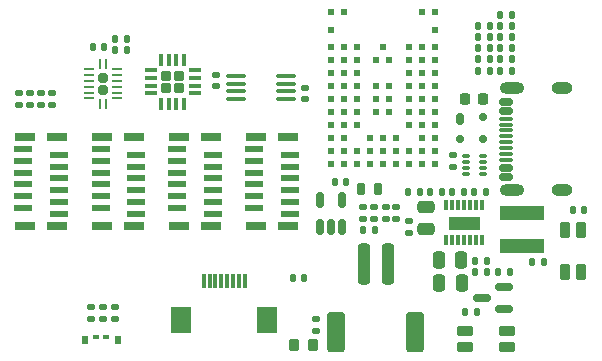
<source format=gbr>
%TF.GenerationSoftware,KiCad,Pcbnew,9.0.4*%
%TF.CreationDate,2025-09-08T17:38:28-04:00*%
%TF.ProjectId,CPU1-NRF5340-uBlox-NORA,43505531-2d4e-4524-9635-3334302d7542,A*%
%TF.SameCoordinates,Original*%
%TF.FileFunction,Paste,Top*%
%TF.FilePolarity,Positive*%
%FSLAX46Y46*%
G04 Gerber Fmt 4.6, Leading zero omitted, Abs format (unit mm)*
G04 Created by KiCad (PCBNEW 9.0.4) date 2025-09-08 17:38:28*
%MOMM*%
%LPD*%
G01*
G04 APERTURE LIST*
G04 Aperture macros list*
%AMRoundRect*
0 Rectangle with rounded corners*
0 $1 Rounding radius*
0 $2 $3 $4 $5 $6 $7 $8 $9 X,Y pos of 4 corners*
0 Add a 4 corners polygon primitive as box body*
4,1,4,$2,$3,$4,$5,$6,$7,$8,$9,$2,$3,0*
0 Add four circle primitives for the rounded corners*
1,1,$1+$1,$2,$3*
1,1,$1+$1,$4,$5*
1,1,$1+$1,$6,$7*
1,1,$1+$1,$8,$9*
0 Add four rect primitives between the rounded corners*
20,1,$1+$1,$2,$3,$4,$5,0*
20,1,$1+$1,$4,$5,$6,$7,0*
20,1,$1+$1,$6,$7,$8,$9,0*
20,1,$1+$1,$8,$9,$2,$3,0*%
G04 Aperture macros list end*
%ADD10C,0.010000*%
%ADD11RoundRect,0.250000X-0.250000X-1.500000X0.250000X-1.500000X0.250000X1.500000X-0.250000X1.500000X0*%
%ADD12RoundRect,0.250001X-0.499999X-1.449999X0.499999X-1.449999X0.499999X1.449999X-0.499999X1.449999X0*%
%ADD13RoundRect,0.135000X-0.135000X-0.185000X0.135000X-0.185000X0.135000X0.185000X-0.135000X0.185000X0*%
%ADD14RoundRect,0.140000X-0.170000X0.140000X-0.170000X-0.140000X0.170000X-0.140000X0.170000X0.140000X0*%
%ADD15RoundRect,0.147500X-0.147500X-0.172500X0.147500X-0.172500X0.147500X0.172500X-0.147500X0.172500X0*%
%ADD16RoundRect,0.140000X0.170000X-0.140000X0.170000X0.140000X-0.170000X0.140000X-0.170000X-0.140000X0*%
%ADD17RoundRect,0.135000X0.135000X0.185000X-0.135000X0.185000X-0.135000X-0.185000X0.135000X-0.185000X0*%
%ADD18RoundRect,0.150000X0.150000X-0.512500X0.150000X0.512500X-0.150000X0.512500X-0.150000X-0.512500X0*%
%ADD19RoundRect,0.150000X0.425000X-0.150000X0.425000X0.150000X-0.425000X0.150000X-0.425000X-0.150000X0*%
%ADD20RoundRect,0.075000X0.500000X-0.075000X0.500000X0.075000X-0.500000X0.075000X-0.500000X-0.075000X0*%
%ADD21O,2.100000X1.000000*%
%ADD22O,1.800000X1.000000*%
%ADD23RoundRect,0.250000X-0.475000X0.250000X-0.475000X-0.250000X0.475000X-0.250000X0.475000X0.250000X0*%
%ADD24RoundRect,0.250000X0.250000X0.475000X-0.250000X0.475000X-0.250000X-0.475000X0.250000X-0.475000X0*%
%ADD25RoundRect,0.100000X-0.712500X-0.100000X0.712500X-0.100000X0.712500X0.100000X-0.712500X0.100000X0*%
%ADD26R,0.300000X1.300000*%
%ADD27R,1.800000X2.200000*%
%ADD28R,1.500000X0.600000*%
%ADD29R,1.800000X0.800000*%
%ADD30RoundRect,0.202500X-0.202500X-0.202500X0.202500X-0.202500X0.202500X0.202500X-0.202500X0.202500X0*%
%ADD31RoundRect,0.062500X-0.062500X-0.350000X0.062500X-0.350000X0.062500X0.350000X-0.062500X0.350000X0*%
%ADD32RoundRect,0.062500X-0.350000X-0.062500X0.350000X-0.062500X0.350000X0.062500X-0.350000X0.062500X0*%
%ADD33RoundRect,0.135000X0.185000X-0.135000X0.185000X0.135000X-0.185000X0.135000X-0.185000X-0.135000X0*%
%ADD34RoundRect,0.135000X0.315000X-0.565000X0.315000X0.565000X-0.315000X0.565000X-0.315000X-0.565000X0*%
%ADD35RoundRect,0.225000X0.225000X0.250000X-0.225000X0.250000X-0.225000X-0.250000X0.225000X-0.250000X0*%
%ADD36RoundRect,0.050000X-0.285000X-0.100000X0.285000X-0.100000X0.285000X0.100000X-0.285000X0.100000X0*%
%ADD37RoundRect,0.140000X0.140000X0.170000X-0.140000X0.170000X-0.140000X-0.170000X0.140000X-0.170000X0*%
%ADD38RoundRect,0.150000X0.150000X0.400000X-0.150000X0.400000X-0.150000X-0.400000X0.150000X-0.400000X0*%
%ADD39RoundRect,0.225000X0.225000X0.275000X-0.225000X0.275000X-0.225000X-0.275000X0.225000X-0.275000X0*%
%ADD40RoundRect,0.135000X-0.565000X-0.315000X0.565000X-0.315000X0.565000X0.315000X-0.565000X0.315000X0*%
%ADD41RoundRect,0.135000X-0.185000X0.135000X-0.185000X-0.135000X0.185000X-0.135000X0.185000X0.135000X0*%
%ADD42RoundRect,0.150000X0.587500X0.150000X-0.587500X0.150000X-0.587500X-0.150000X0.587500X-0.150000X0*%
%ADD43RoundRect,0.140000X-0.140000X-0.170000X0.140000X-0.170000X0.140000X0.170000X-0.140000X0.170000X0*%
%ADD44R,0.300000X0.850000*%
%ADD45R,3.700000X1.200000*%
%ADD46RoundRect,0.175000X-0.175000X-0.325000X0.175000X-0.325000X0.175000X0.325000X-0.175000X0.325000X0*%
%ADD47RoundRect,0.150000X-0.200000X-0.150000X0.200000X-0.150000X0.200000X0.150000X-0.200000X0.150000X0*%
%ADD48R,0.600000X0.600000*%
%ADD49R,0.550000X0.780000*%
%ADD50R,0.550000X0.340000*%
%ADD51RoundRect,0.212500X0.212500X0.212500X-0.212500X0.212500X-0.212500X-0.212500X0.212500X-0.212500X0*%
%ADD52RoundRect,0.087500X0.425000X0.087500X-0.425000X0.087500X-0.425000X-0.087500X0.425000X-0.087500X0*%
%ADD53RoundRect,0.087500X0.087500X0.425000X-0.087500X0.425000X-0.087500X-0.425000X0.087500X-0.425000X0*%
G04 APERTURE END LIST*
D10*
%TO.C,U7*%
X145874910Y-93520641D02*
X143345090Y-93520641D01*
X143345090Y-92521359D01*
X145874910Y-92521359D01*
X145874910Y-93520641D01*
G36*
X145874910Y-93520641D02*
G01*
X143345090Y-93520641D01*
X143345090Y-92521359D01*
X145874910Y-92521359D01*
X145874910Y-93520641D01*
G37*
%TD*%
D11*
%TO.C,J3*%
X136150000Y-96550000D03*
X138150000Y-96550000D03*
D12*
X133800000Y-102300000D03*
X140500000Y-102300000D03*
%TD*%
D13*
%TO.C,R29*%
X144690000Y-100550000D03*
X145710000Y-100550000D03*
%TD*%
D14*
%TO.C,C7*%
X137025000Y-91720000D03*
X137025000Y-92680000D03*
%TD*%
D15*
%TO.C,D1*%
X145832500Y-76375000D03*
X146802500Y-76375000D03*
%TD*%
D16*
%TO.C,C10*%
X138900000Y-92680000D03*
X138900000Y-91720000D03*
%TD*%
D17*
%TO.C,R17*%
X142760000Y-90400000D03*
X141740000Y-90400000D03*
%TD*%
D18*
%TO.C,U5*%
X132387500Y-93387500D03*
X133337500Y-93387500D03*
X134287500Y-93387500D03*
X134287500Y-91112500D03*
X132387500Y-91112500D03*
%TD*%
D19*
%TO.C,J1*%
X148145000Y-89160000D03*
X148145000Y-88360000D03*
D20*
X148145000Y-87210000D03*
X148145000Y-86210000D03*
X148145000Y-85710000D03*
X148145000Y-84710000D03*
D19*
X148145000Y-83560000D03*
X148145000Y-82760000D03*
X148145000Y-82760000D03*
X148145000Y-83560000D03*
D20*
X148145000Y-84210000D03*
X148145000Y-85210000D03*
X148145000Y-86710000D03*
X148145000Y-87710000D03*
D19*
X148145000Y-88360000D03*
X148145000Y-89160000D03*
D21*
X148720000Y-90280000D03*
D22*
X152900000Y-90280000D03*
D21*
X148720000Y-81640000D03*
D22*
X152900000Y-81640000D03*
%TD*%
D17*
%TO.C,R9*%
X148710000Y-78250000D03*
X147690000Y-78250000D03*
%TD*%
%TO.C,R23*%
X151360000Y-96350000D03*
X150340000Y-96350000D03*
%TD*%
D23*
%TO.C,C13*%
X141375000Y-91650000D03*
X141375000Y-93550000D03*
%TD*%
D24*
%TO.C,C14*%
X144400000Y-96150000D03*
X142500000Y-96150000D03*
%TD*%
D16*
%TO.C,C4*%
X131125000Y-82555000D03*
X131125000Y-81595000D03*
%TD*%
D25*
%TO.C,U3*%
X125337500Y-80600000D03*
X125337500Y-81250000D03*
X125337500Y-81900000D03*
X125337500Y-82550000D03*
X129562500Y-82550000D03*
X129562500Y-81900000D03*
X129562500Y-81250000D03*
X129562500Y-80600000D03*
%TD*%
D26*
%TO.C,J2*%
X122575000Y-97975000D03*
X123075000Y-97975000D03*
X123575000Y-97975000D03*
X124075000Y-97975000D03*
X124575000Y-97975000D03*
X125075000Y-97975000D03*
X125575000Y-97975000D03*
X126075000Y-97975000D03*
D27*
X120675000Y-101225000D03*
X127975000Y-101225000D03*
%TD*%
D28*
%TO.C,CON1*%
X107300000Y-86775000D03*
X110300000Y-87275000D03*
X107300000Y-87775000D03*
X110300000Y-88275000D03*
X107300000Y-88775000D03*
X110300000Y-89275000D03*
X107300000Y-89775000D03*
X110300000Y-90275000D03*
X107300000Y-90775000D03*
X110300000Y-91275000D03*
X107300000Y-91775000D03*
X110300000Y-92275000D03*
D29*
X107450000Y-85775000D03*
X110150000Y-85775000D03*
X107450000Y-93275000D03*
X110150000Y-93275000D03*
%TD*%
D16*
%TO.C,C12*%
X139925000Y-93855000D03*
X139925000Y-92895000D03*
%TD*%
D30*
%TO.C,U1*%
X114075000Y-80750000D03*
X114075000Y-81750000D03*
D31*
X113825000Y-79562500D03*
D32*
X112887500Y-80000000D03*
X112887500Y-80500000D03*
X112887500Y-81000000D03*
X112887500Y-81500000D03*
X112887500Y-82000000D03*
X112887500Y-82500000D03*
D31*
X113825000Y-82937500D03*
X114325000Y-82937500D03*
D32*
X115262500Y-82500000D03*
X115262500Y-82000000D03*
X115262500Y-81500000D03*
X115262500Y-81000000D03*
X115262500Y-80500000D03*
X115262500Y-80000000D03*
D31*
X114325000Y-79562500D03*
%TD*%
D28*
%TO.C,CON3*%
X120350000Y-86775000D03*
X123350000Y-87275000D03*
X120350000Y-87775000D03*
X123350000Y-88275000D03*
X120350000Y-88775000D03*
X123350000Y-89275000D03*
X120350000Y-89775000D03*
X123350000Y-90275000D03*
X120350000Y-90775000D03*
X123350000Y-91275000D03*
X120350000Y-91775000D03*
X123350000Y-92275000D03*
D29*
X120500000Y-85775000D03*
X123200000Y-85775000D03*
X120500000Y-93275000D03*
X123200000Y-93275000D03*
%TD*%
D17*
%TO.C,R16*%
X140885000Y-90425000D03*
X139865000Y-90425000D03*
%TD*%
D33*
%TO.C,R26*%
X115040000Y-101210000D03*
X115040000Y-100190000D03*
%TD*%
D13*
%TO.C,R10*%
X147665000Y-79200000D03*
X148685000Y-79200000D03*
%TD*%
%TO.C,R8*%
X145790000Y-80150000D03*
X146810000Y-80150000D03*
%TD*%
D28*
%TO.C,CON2*%
X113850000Y-86775000D03*
X116850000Y-87275000D03*
X113850000Y-87775000D03*
X116850000Y-88275000D03*
X113850000Y-88775000D03*
X116850000Y-89275000D03*
X113850000Y-89775000D03*
X116850000Y-90275000D03*
X113850000Y-90775000D03*
X116850000Y-91275000D03*
X113850000Y-91775000D03*
X116850000Y-92275000D03*
D29*
X114000000Y-85775000D03*
X116700000Y-85775000D03*
X114000000Y-93275000D03*
X116700000Y-93275000D03*
%TD*%
D24*
%TO.C,C16*%
X144425000Y-98125000D03*
X142525000Y-98125000D03*
%TD*%
D34*
%TO.C,SW1*%
X154510000Y-97221000D03*
X154510000Y-93621000D03*
X153210000Y-93621000D03*
X153210000Y-97221000D03*
%TD*%
D16*
%TO.C,C3*%
X123650000Y-81480000D03*
X123650000Y-80520000D03*
%TD*%
D35*
%TO.C,C5*%
X146250000Y-82575000D03*
X144700000Y-82575000D03*
%TD*%
D36*
%TO.C,U6*%
X144785000Y-87412500D03*
X144785000Y-87912500D03*
X144785000Y-88412500D03*
X144785000Y-88912500D03*
X146265000Y-88912500D03*
X146265000Y-88412500D03*
X146265000Y-87912500D03*
X146265000Y-87412500D03*
%TD*%
D17*
%TO.C,R18*%
X146460000Y-90400000D03*
X145440000Y-90400000D03*
%TD*%
D13*
%TO.C,R21*%
X145590000Y-97200000D03*
X146610000Y-97200000D03*
%TD*%
D33*
%TO.C,R14*%
X109775000Y-83035000D03*
X109775000Y-82015000D03*
%TD*%
D37*
%TO.C,C11*%
X144580000Y-90400000D03*
X143620000Y-90400000D03*
%TD*%
D38*
%TO.C,Y1*%
X137300000Y-90175000D03*
X135900000Y-90175000D03*
%TD*%
D33*
%TO.C,R19*%
X143725000Y-88310000D03*
X143725000Y-87290000D03*
%TD*%
D13*
%TO.C,R11*%
X147665000Y-80150000D03*
X148685000Y-80150000D03*
%TD*%
D14*
%TO.C,C9*%
X137975000Y-91720000D03*
X137975000Y-92680000D03*
%TD*%
D33*
%TO.C,R12*%
X106925000Y-83035000D03*
X106925000Y-82015000D03*
%TD*%
D39*
%TO.C,D5*%
X131852500Y-103372500D03*
X130252500Y-103372500D03*
%TD*%
D17*
%TO.C,R7*%
X146810000Y-79200000D03*
X145790000Y-79200000D03*
%TD*%
D40*
%TO.C,SW2*%
X144675000Y-103512500D03*
X148275000Y-103512500D03*
X148275000Y-102212500D03*
X144675000Y-102212500D03*
%TD*%
D17*
%TO.C,R5*%
X116085000Y-78400000D03*
X115065000Y-78400000D03*
%TD*%
%TO.C,R22*%
X146610000Y-96250000D03*
X145590000Y-96250000D03*
%TD*%
D33*
%TO.C,R25*%
X113025000Y-101210000D03*
X113025000Y-100190000D03*
%TD*%
D41*
%TO.C,R28*%
X132075000Y-101140000D03*
X132075000Y-102160000D03*
%TD*%
D13*
%TO.C,R4*%
X147665000Y-75400000D03*
X148685000Y-75400000D03*
%TD*%
%TO.C,R20*%
X136040000Y-93625000D03*
X137060000Y-93625000D03*
%TD*%
D37*
%TO.C,C2*%
X114155000Y-78150000D03*
X113195000Y-78150000D03*
%TD*%
D17*
%TO.C,R3*%
X148685000Y-76350000D03*
X147665000Y-76350000D03*
%TD*%
D42*
%TO.C,Q1*%
X148037500Y-100325000D03*
X148037500Y-98425000D03*
X146162500Y-99375000D03*
%TD*%
D17*
%TO.C,R6*%
X146810000Y-78250000D03*
X145790000Y-78250000D03*
%TD*%
D13*
%TO.C,R2*%
X147665000Y-77300000D03*
X148685000Y-77300000D03*
%TD*%
D43*
%TO.C,C15*%
X130145000Y-97700000D03*
X131105000Y-97700000D03*
%TD*%
D44*
%TO.C,U7*%
X143110000Y-94496000D03*
X143610000Y-94496000D03*
X144110000Y-94496000D03*
X144610000Y-94496000D03*
X145110000Y-94496000D03*
X145610000Y-94496000D03*
X146110000Y-94496000D03*
X146110000Y-91546000D03*
X145610000Y-91546000D03*
X145110000Y-91546000D03*
X144610000Y-91546000D03*
X144110000Y-91546000D03*
X143610000Y-91546000D03*
X143110000Y-91546000D03*
%TD*%
D28*
%TO.C,CON4*%
X126850000Y-86775000D03*
X129850000Y-87275000D03*
X126850000Y-87775000D03*
X129850000Y-88275000D03*
X126850000Y-88775000D03*
X129850000Y-89275000D03*
X126850000Y-89775000D03*
X129850000Y-90275000D03*
X126850000Y-90775000D03*
X129850000Y-91275000D03*
X126850000Y-91775000D03*
X129850000Y-92275000D03*
D29*
X127000000Y-85775000D03*
X129700000Y-85775000D03*
X127000000Y-93275000D03*
X129700000Y-93275000D03*
%TD*%
D45*
%TO.C,L1*%
X149510000Y-92221000D03*
X149510000Y-95021000D03*
%TD*%
D37*
%TO.C,C6*%
X134655000Y-89550000D03*
X133695000Y-89550000D03*
%TD*%
D33*
%TO.C,R13*%
X107875000Y-83035000D03*
X107875000Y-82015000D03*
%TD*%
D46*
%TO.C,D2*%
X144260000Y-84258500D03*
D47*
X144260000Y-85958500D03*
X146260000Y-85958500D03*
X146260000Y-84058500D03*
%TD*%
D33*
%TO.C,R27*%
X114025000Y-101210000D03*
X114025000Y-100190000D03*
%TD*%
D48*
%TO.C,U4*%
X142150000Y-88075000D03*
X141050000Y-88075000D03*
X139950000Y-88075000D03*
X138850000Y-88075000D03*
X137750000Y-88075000D03*
X136650000Y-88075000D03*
X135550000Y-88075000D03*
X134450000Y-88075000D03*
X133350000Y-88075000D03*
X142150000Y-86975000D03*
X141050000Y-86975000D03*
X139950000Y-86975000D03*
X138850000Y-86975000D03*
X137750000Y-86975000D03*
X136650000Y-86975000D03*
X135550000Y-86975000D03*
X134450000Y-86975000D03*
X133350000Y-86975000D03*
X142150000Y-85875000D03*
X141050000Y-85875000D03*
X138850000Y-85875000D03*
X137750000Y-85875000D03*
X136650000Y-85875000D03*
X134450000Y-85875000D03*
X133350000Y-85875000D03*
X142150000Y-84775000D03*
X141050000Y-84775000D03*
X139950000Y-84775000D03*
X135550000Y-84775000D03*
X134450000Y-84775000D03*
X133350000Y-84775000D03*
X142150000Y-83675000D03*
X141050000Y-83675000D03*
X139950000Y-83675000D03*
X138300000Y-83675000D03*
X137200000Y-83675000D03*
X135550000Y-83675000D03*
X134450000Y-83675000D03*
X133350000Y-83675000D03*
X142150000Y-82575000D03*
X141050000Y-82575000D03*
X139950000Y-82575000D03*
X138300000Y-82575000D03*
X137200000Y-82575000D03*
X135550000Y-82575000D03*
X134450000Y-82575000D03*
X133350000Y-82575000D03*
X142150000Y-81475000D03*
X141050000Y-81475000D03*
X139950000Y-81475000D03*
X138300000Y-81475000D03*
X137200000Y-81475000D03*
X135550000Y-81475000D03*
X134450000Y-81475000D03*
X133350000Y-81475000D03*
X142150000Y-80375000D03*
X141050000Y-80375000D03*
X139950000Y-80375000D03*
X135550000Y-80375000D03*
X134450000Y-80375000D03*
X133350000Y-80375000D03*
X142150000Y-79275000D03*
X141050000Y-79275000D03*
X139950000Y-79275000D03*
X138300000Y-79275000D03*
X137200000Y-79275000D03*
X135550000Y-79275000D03*
X134450000Y-79275000D03*
X133350000Y-79275000D03*
X142150000Y-78175000D03*
X141050000Y-78175000D03*
X139950000Y-78175000D03*
X137750000Y-78175000D03*
X135550000Y-78175000D03*
X134450000Y-78175000D03*
X133350000Y-78175000D03*
X142150000Y-76675000D03*
X133350000Y-76675000D03*
X142150000Y-75175000D03*
X141050000Y-75175000D03*
X134450000Y-75175000D03*
X133350000Y-75175000D03*
%TD*%
D13*
%TO.C,R1*%
X115065000Y-77450000D03*
X116085000Y-77450000D03*
%TD*%
D33*
%TO.C,R15*%
X108825000Y-83035000D03*
X108825000Y-82015000D03*
%TD*%
D43*
%TO.C,C1*%
X145845000Y-77325000D03*
X146805000Y-77325000D03*
%TD*%
D15*
%TO.C,D3*%
X153842500Y-91971000D03*
X154812500Y-91971000D03*
%TD*%
D14*
%TO.C,C8*%
X136100000Y-91720000D03*
X136100000Y-92680000D03*
%TD*%
D49*
%TO.C,D4*%
X112500000Y-102920000D03*
D50*
X113500000Y-102700000D03*
X114350000Y-102700000D03*
D49*
X115350000Y-102920000D03*
%TD*%
D13*
%TO.C,R24*%
X147465000Y-97200000D03*
X148485000Y-97200000D03*
%TD*%
D51*
%TO.C,U2*%
X120475000Y-81625000D03*
X120475000Y-80575000D03*
X119425000Y-81625000D03*
X119425000Y-80575000D03*
D52*
X121812500Y-82075000D03*
X121812500Y-81425000D03*
X121812500Y-80775000D03*
X121812500Y-80125000D03*
D53*
X120925000Y-79237500D03*
X120275000Y-79237500D03*
X119625000Y-79237500D03*
X118975000Y-79237500D03*
D52*
X118087500Y-80125000D03*
X118087500Y-80775000D03*
X118087500Y-81425000D03*
X118087500Y-82075000D03*
D53*
X118975000Y-82962500D03*
X119625000Y-82962500D03*
X120275000Y-82962500D03*
X120925000Y-82962500D03*
%TD*%
M02*

</source>
